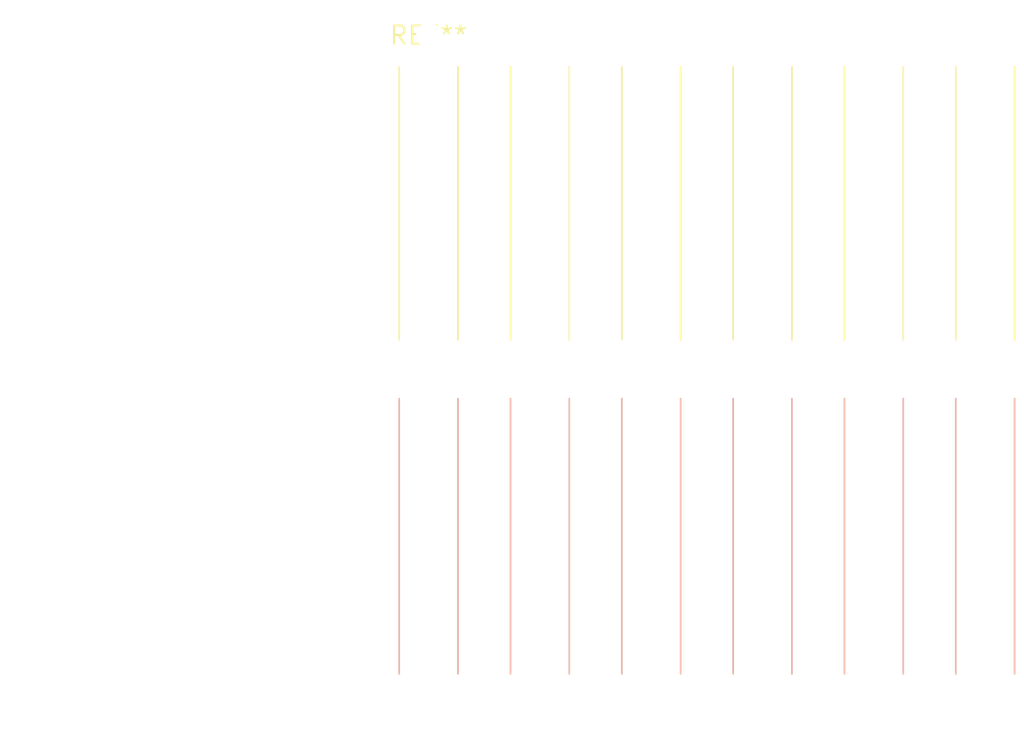
<source format=kicad_pcb>
(kicad_pcb (version 20240108) (generator pcbnew)
  (layers (0 "F.Cu" signal) (31 "B.Cu" signal) (34 "B.Paste" user) (35 "F.Paste" user) (36 "B.SilkS" user "B.Silkscreen") (37 "F.SilkS" user "F.Silkscreen") (38 "B.Mask" user) (39 "F.Mask" user) (44 "Edge.Cuts" user))
  (net 0 "")
  (footprint "SolderWire-1sqmm_1x06_P7.8mm_D1.4mm_OD3.9mm_Relief2x" (layer "F.Cu") (at 0 0)
    (property "Reference" "REF**")
    (property "Value" "SolderWire-1sqmm_1x06_P7.8mm_D1.4mm_OD3.9mm_Relief2x")
    (fp_line (start -2.06 25.46) (end -2.06 44.74) (layer "B.SilkS") (stroke (width 0.12)))
    (fp_line (start 2.06 25.46) (end 2.06 44.74) (layer "B.SilkS") (stroke (width 0.12)))
    (fp_line (start 5.74 25.46) (end 5.74 44.74) (layer "B.SilkS") (stroke (width 0.12)))
    (fp_line (start 9.86 25.46) (end 9.86 44.74) (layer "B.SilkS") (stroke (width 0.12)))
    (fp_line (start 13.54 25.46) (end 13.54 44.74) (layer "B.SilkS") (stroke (width 0.12)))
    (fp_line (start 17.66 25.46) (end 17.66 44.74) (layer "B.SilkS") (stroke (width 0.12)))
    (fp_line (start 21.34 25.46) (end 21.34 44.74) (layer "B.SilkS") (stroke (width 0.12)))
    (fp_line (start 25.46 25.46) (end 25.46 44.74) (layer "B.SilkS") (stroke (width 0.12)))
    (fp_line (start 29.14 25.46) (end 29.14 44.74) (layer "B.SilkS") (stroke (width 0.12)))
    (fp_line (start 33.26 25.46) (end 33.26 44.74) (layer "B.SilkS") (stroke (width 0.12)))
    (fp_line (start 36.94 25.46) (end 36.94 44.74) (layer "B.SilkS") (stroke (width 0.12)))
    (fp_line (start 41.06 25.46) (end 41.06 44.74) (layer "B.SilkS") (stroke (width 0.12)))
    (fp_line (start -2.06 2.21) (end -2.06 21.34) (layer "F.SilkS") (stroke (width 0.12)))
    (fp_line (start 2.06 2.21) (end 2.06 21.34) (layer "F.SilkS") (stroke (width 0.12)))
    (fp_line (start 5.74 2.21) (end 5.74 21.34) (layer "F.SilkS") (stroke (width 0.12)))
    (fp_line (start 9.86 2.21) (end 9.86 21.34) (layer "F.SilkS") (stroke (width 0.12)))
    (fp_line (start 13.54 2.21) (end 13.54 21.34) (layer "F.SilkS") (stroke (width 0.12)))
    (fp_line (start 17.66 2.21) (end 17.66 21.34) (layer "F.SilkS") (stroke (width 0.12)))
    (fp_line (start 21.34 2.21) (end 21.34 21.34) (layer "F.SilkS") (stroke (width 0.12)))
    (fp_line (start 25.46 2.21) (end 25.46 21.34) (layer "F.SilkS") (stroke (width 0.12)))
    (fp_line (start 29.14 2.21) (end 29.14 21.34) (layer "F.SilkS") (stroke (width 0.12)))
    (fp_line (start 33.26 2.21) (end 33.26 21.34) (layer "F.SilkS") (stroke (width 0.12)))
    (fp_line (start 36.94 2.21) (end 36.94 21.34) (layer "F.SilkS") (stroke (width 0.12)))
    (fp_line (start 41.06 2.21) (end 41.06 21.34) (layer "F.SilkS") (stroke (width 0.12)))
    (pad "" np_thru_hole circle (at 0 23.4) (size 4.4 4.4) (drill 4.4) (layers *.Cu *.Mask))
    (pad "" np_thru_hole circle (at 0 46.8) (size 4.4 4.4) (drill 4.4) (layers *.Cu *.Mask))
    (pad "" np_thru_hole circle (at 7.8 23.4) (size 4.4 4.4) (drill 4.4) (layers *.Cu *.Mask))
    (pad "" np_thru_hole circle (at 7.8 46.8) (size 4.4 4.4) (drill 4.4) (layers *.Cu *.Mask))
    (pad "" np_thru_hole circle (at 15.6 23.4) (size 4.4 4.4) (drill 4.4) (layers *.Cu *.Mask))
    (pad "" np_thru_hole circle (at 15.6 46.8) (size 4.4 4.4) (drill 4.4) (layers *.Cu *.Mask))
    (pad "" np_thru_hole circle (at 23.4 23.4) (size 4.4 4.4) (drill 4.4) (layers *.Cu *.Mask))
    (pad "" np_thru_hole circle (at 23.4 46.8) (size 4.4 4.4) (drill 4.4) (layers *.Cu *.Mask))
    (pad "" np_thru_hole circle (at 31.2 23.4) (size 4.4 4.4) (drill 4.4) (layers *.Cu *.Mask))
    (pad "" np_thru_hole circle (at 31.2 46.8) (size 4.4 4.4) (drill 4.4) (layers *.Cu *.Mask))
    (pad "" np_thru_hole circle (at 39 23.4) (size 4.4 4.4) (drill 4.4) (layers *.Cu *.Mask))
    (pad "" np_thru_hole circle (at 39 46.8) (size 4.4 4.4) (drill 4.4) (layers *.Cu *.Mask))
    (pad "1" thru_hole roundrect (at 0 0) (size 3.9 3.9) (drill 1.75) (layers *.Cu *.Mask) (remove_unused_layers) (roundrect_rratio 0.064103))
    (pad "2" thru_hole circle (at 7.8 0) (size 3.9 3.9) (drill 1.75) (layers *.Cu *.Mask) (remove_unused_layers))
    (pad "3" thru_hole circle (at 15.6 0) (size 3.9 3.9) (drill 1.75) (layers *.Cu *.Mask) (remove_unused_layers))
    (pad "4" thru_hole circle (at 23.4 0) (size 3.9 3.9) (drill 1.75) (layers *.Cu *.Mask) (remove_unused_layers))
    (pad "5" thru_hole circle (at 31.2 0) (size 3.9 3.9) (drill 1.75) (layers *.Cu *.Mask) (remove_unused_layers))
    (pad "6" thru_hole circle (at 39 0) (size 3.9 3.9) (drill 1.75) (layers *.Cu *.Mask) (remove_unused_layers))
  )
)
</source>
